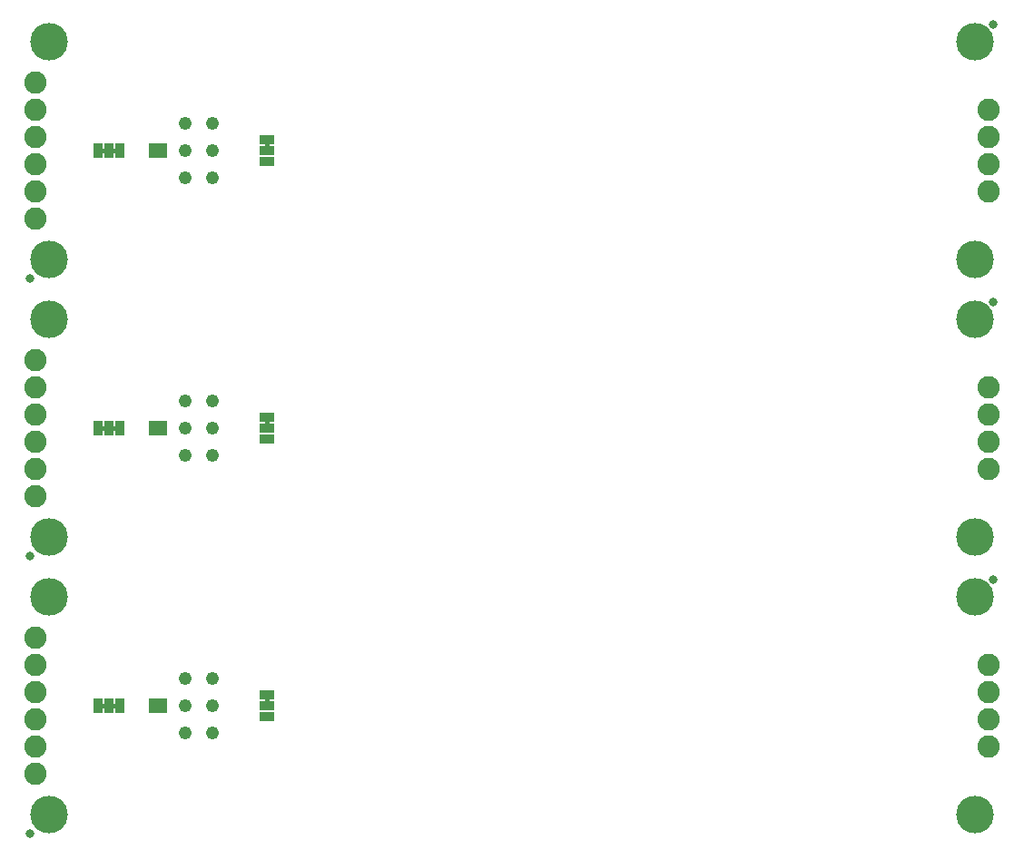
<source format=gbs>
G75*
%MOIN*%
%OFA0B0*%
%FSLAX25Y25*%
%IPPOS*%
%LPD*%
%AMOC8*
5,1,8,0,0,1.08239X$1,22.5*
%
%ADD10C,0.13800*%
%ADD11R,0.03300X0.05800*%
%ADD12C,0.00500*%
%ADD13C,0.08200*%
%ADD14C,0.03300*%
%ADD15C,0.04808*%
%ADD16R,0.05800X0.03300*%
D10*
X0038750Y0038750D03*
X0038750Y0118750D03*
X0038750Y0140750D03*
X0038750Y0220750D03*
X0038750Y0242750D03*
X0038750Y0322750D03*
X0378750Y0322750D03*
X0378750Y0242750D03*
X0378750Y0220750D03*
X0378750Y0140750D03*
X0378750Y0118750D03*
X0378750Y0038750D03*
D11*
X0080350Y0078750D03*
X0077150Y0078750D03*
X0064750Y0078750D03*
X0060750Y0078750D03*
X0056750Y0078750D03*
X0056750Y0180750D03*
X0060750Y0180750D03*
X0064750Y0180750D03*
X0077150Y0180750D03*
X0080350Y0180750D03*
X0080350Y0282750D03*
X0077150Y0282750D03*
X0064750Y0282750D03*
X0060750Y0282750D03*
X0056750Y0282750D03*
D12*
X0058000Y0282991D02*
X0063500Y0282991D01*
X0063500Y0283250D02*
X0063500Y0282250D01*
X0058000Y0282250D01*
X0058000Y0283250D01*
X0063500Y0283250D01*
X0063500Y0282492D02*
X0058000Y0282492D01*
X0118250Y0284000D02*
X0119250Y0284000D01*
X0119250Y0285500D01*
X0118250Y0285500D01*
X0118250Y0284000D01*
X0118250Y0284486D02*
X0119250Y0284486D01*
X0119250Y0284985D02*
X0118250Y0284985D01*
X0118250Y0285483D02*
X0119250Y0285483D01*
X0119250Y0183500D02*
X0118250Y0183500D01*
X0118250Y0182000D01*
X0119250Y0182000D01*
X0119250Y0183500D01*
X0119250Y0183289D02*
X0118250Y0183289D01*
X0118250Y0182790D02*
X0119250Y0182790D01*
X0119250Y0182291D02*
X0118250Y0182291D01*
X0063500Y0181250D02*
X0063500Y0180250D01*
X0058000Y0180250D01*
X0058000Y0181250D01*
X0063500Y0181250D01*
X0063500Y0180796D02*
X0058000Y0180796D01*
X0058000Y0180297D02*
X0063500Y0180297D01*
X0118250Y0081500D02*
X0118250Y0080000D01*
X0119250Y0080000D01*
X0119250Y0081500D01*
X0118250Y0081500D01*
X0118250Y0081094D02*
X0119250Y0081094D01*
X0119250Y0080595D02*
X0118250Y0080595D01*
X0118250Y0080097D02*
X0119250Y0080097D01*
X0063500Y0079250D02*
X0063500Y0078250D01*
X0058000Y0078250D01*
X0058000Y0079250D01*
X0063500Y0079250D01*
X0063500Y0079100D02*
X0058000Y0079100D01*
X0058000Y0078601D02*
X0063500Y0078601D01*
D13*
X0033750Y0073750D03*
X0033750Y0083750D03*
X0033750Y0093750D03*
X0033750Y0103750D03*
X0033750Y0063750D03*
X0033750Y0053750D03*
X0033750Y0155750D03*
X0033750Y0165750D03*
X0033750Y0175750D03*
X0033750Y0185750D03*
X0033750Y0195750D03*
X0033750Y0205750D03*
X0033750Y0257750D03*
X0033750Y0267750D03*
X0033750Y0277750D03*
X0033750Y0287750D03*
X0033750Y0297750D03*
X0033750Y0307750D03*
X0383750Y0297750D03*
X0383750Y0287750D03*
X0383750Y0277750D03*
X0383750Y0267750D03*
X0383750Y0195750D03*
X0383750Y0185750D03*
X0383750Y0175750D03*
X0383750Y0165750D03*
X0383750Y0093750D03*
X0383750Y0083750D03*
X0383750Y0073750D03*
X0383750Y0063750D03*
D14*
X0031750Y0031750D03*
X0031750Y0133750D03*
X0031750Y0235750D03*
X0385250Y0227250D03*
X0385250Y0125250D03*
X0385250Y0329250D03*
D15*
X0098750Y0292750D03*
X0098750Y0282750D03*
X0088750Y0282750D03*
X0088750Y0292750D03*
X0088750Y0272750D03*
X0098750Y0272750D03*
X0098750Y0190750D03*
X0098750Y0180750D03*
X0088750Y0180750D03*
X0088750Y0190750D03*
X0088750Y0170750D03*
X0098750Y0170750D03*
X0098750Y0088750D03*
X0088750Y0088750D03*
X0088750Y0078750D03*
X0088750Y0068750D03*
X0098750Y0068750D03*
X0098750Y0078750D03*
D16*
X0118750Y0078750D03*
X0118750Y0074750D03*
X0118750Y0082750D03*
X0118750Y0176750D03*
X0118750Y0180750D03*
X0118750Y0184750D03*
X0118750Y0278750D03*
X0118750Y0282750D03*
X0118750Y0286750D03*
M02*

</source>
